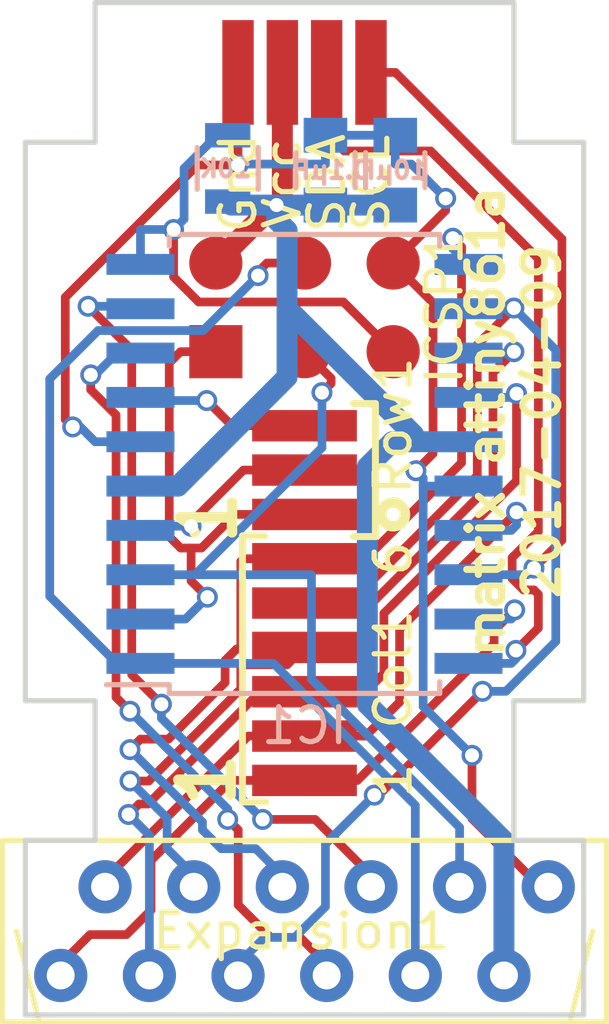
<source format=kicad_pcb>
(kicad_pcb (version 20171130) (host pcbnew "(5.1.12)-1")

  (general
    (thickness 1.6)
    (drawings 28)
    (tracks 288)
    (zones 0)
    (modules 9)
    (nets 19)
  )

  (page A4)
  (layers
    (0 F.Cu signal)
    (31 B.Cu signal)
    (32 B.Adhes user hide)
    (33 F.Adhes user hide)
    (34 B.Paste user hide)
    (35 F.Paste user hide)
    (36 B.SilkS user hide)
    (37 F.SilkS user hide)
    (38 B.Mask user hide)
    (39 F.Mask user hide)
    (40 Dwgs.User user hide)
    (41 Cmts.User user hide)
    (42 Eco1.User user hide)
    (43 Eco2.User user hide)
    (44 Edge.Cuts user)
    (45 Margin user hide)
    (46 B.CrtYd user hide)
    (47 F.CrtYd user hide)
    (48 B.Fab user hide)
    (49 F.Fab user hide)
  )

  (setup
    (last_trace_width 0.25)
    (user_trace_width 0.6)
    (trace_clearance 0.2)
    (zone_clearance 0.508)
    (zone_45_only no)
    (trace_min 0.2)
    (via_size 0.6)
    (via_drill 0.4)
    (via_min_size 0.4)
    (via_min_drill 0.3)
    (uvia_size 0.3)
    (uvia_drill 0.1)
    (uvias_allowed no)
    (uvia_min_size 0.2)
    (uvia_min_drill 0.1)
    (edge_width 0.15)
    (segment_width 0.2)
    (pcb_text_width 0.3)
    (pcb_text_size 1.5 1.5)
    (mod_edge_width 0.15)
    (mod_text_size 1 1)
    (mod_text_width 0.15)
    (pad_size 1.6 3.4)
    (pad_drill 0)
    (pad_to_mask_clearance 0.2)
    (aux_axis_origin 50 45)
    (visible_elements 7FFFFFFF)
    (pcbplotparams
      (layerselection 0x00030_80000001)
      (usegerberextensions false)
      (usegerberattributes true)
      (usegerberadvancedattributes true)
      (creategerberjobfile true)
      (excludeedgelayer true)
      (linewidth 0.100000)
      (plotframeref false)
      (viasonmask false)
      (mode 1)
      (useauxorigin false)
      (hpglpennumber 1)
      (hpglpenspeed 20)
      (hpglpendiameter 15.000000)
      (psnegative false)
      (psa4output false)
      (plotreference true)
      (plotvalue true)
      (plotinvisibletext false)
      (padsonsilk false)
      (subtractmaskfromsilk false)
      (outputformat 1)
      (mirror false)
      (drillshape 1)
      (scaleselection 1)
      (outputdirectory ""))
  )

  (net 0 "")
  (net 1 "Net-(Col1-Pad1)")
  (net 2 "Net-(Col1-Pad2)")
  (net 3 "Net-(Col1-Pad3)")
  (net 4 "Net-(Col1-Pad4)")
  (net 5 "Net-(Col1-Pad5)")
  (net 6 "Net-(Col1-Pad6)")
  (net 7 /MiSo)
  (net 8 +5V)
  (net 9 /SCL_2)
  (net 10 /MoSi)
  (net 11 /Rst)
  (net 12 GND)
  (net 13 "Net-(IC1-Pad4)")
  (net 14 "Net-(IC1-Pad7)")
  (net 15 /SCL)
  (net 16 /SDA)
  (net 17 /ADC_V)
  (net 18 /ADC_H+int0)

  (net_class Default "This is the default net class."
    (clearance 0.2)
    (trace_width 0.25)
    (via_dia 0.6)
    (via_drill 0.4)
    (uvia_dia 0.3)
    (uvia_drill 0.1)
    (add_net +5V)
    (add_net /ADC_H+int0)
    (add_net /ADC_V)
    (add_net /MiSo)
    (add_net /MoSi)
    (add_net /Rst)
    (add_net /SCL)
    (add_net /SCL_2)
    (add_net /SDA)
    (add_net GND)
    (add_net "Net-(Col1-Pad1)")
    (add_net "Net-(Col1-Pad2)")
    (add_net "Net-(Col1-Pad3)")
    (add_net "Net-(Col1-Pad4)")
    (add_net "Net-(Col1-Pad5)")
    (add_net "Net-(Col1-Pad6)")
    (add_net "Net-(IC1-Pad4)")
    (add_net "Net-(IC1-Pad7)")
  )

  (net_class power ""
    (clearance 0.3)
    (trace_width 0.4)
    (via_dia 0.8)
    (via_drill 0.6)
    (uvia_dia 0.3)
    (uvia_drill 0.1)
  )

  (module Housings_SOIC:SOIC-20W_7.5x12.8mm_Pitch1.27mm (layer B.Cu) (tedit 57503549) (tstamp 58E6045C)
    (at 50 58.215)
    (descr "20-Lead Plastic Small Outline (SO) - Wide, 7.50 mm Body [SOIC] (see Microchip Packaging Specification 00000049BS.pdf)")
    (tags "SOIC 1.27")
    (path /58E28365)
    (attr smd)
    (fp_text reference IC1 (at 0 7.5) (layer B.SilkS)
      (effects (font (size 1 1) (thickness 0.15)) (justify mirror))
    )
    (fp_text value ATTINY861A-S (at 0 -7.5) (layer B.Fab)
      (effects (font (size 1 1) (thickness 0.15)) (justify mirror))
    )
    (fp_line (start -3.875 6.325) (end -5.675 6.325) (layer B.SilkS) (width 0.15))
    (fp_line (start -3.875 -6.575) (end 3.875 -6.575) (layer B.SilkS) (width 0.15))
    (fp_line (start -3.875 6.575) (end 3.875 6.575) (layer B.SilkS) (width 0.15))
    (fp_line (start -3.875 -6.575) (end -3.875 -6.24) (layer B.SilkS) (width 0.15))
    (fp_line (start 3.875 -6.575) (end 3.875 -6.24) (layer B.SilkS) (width 0.15))
    (fp_line (start 3.875 6.575) (end 3.875 6.24) (layer B.SilkS) (width 0.15))
    (fp_line (start -3.875 6.575) (end -3.875 6.325) (layer B.SilkS) (width 0.15))
    (fp_line (start -5.95 -6.75) (end 5.95 -6.75) (layer B.CrtYd) (width 0.05))
    (fp_line (start -5.95 6.75) (end 5.95 6.75) (layer B.CrtYd) (width 0.05))
    (fp_line (start 5.95 6.75) (end 5.95 -6.75) (layer B.CrtYd) (width 0.05))
    (fp_line (start -5.95 6.75) (end -5.95 -6.75) (layer B.CrtYd) (width 0.05))
    (fp_line (start -3.75 5.4) (end -2.75 6.4) (layer B.Fab) (width 0.15))
    (fp_line (start -3.75 -6.4) (end -3.75 5.4) (layer B.Fab) (width 0.15))
    (fp_line (start 3.75 -6.4) (end -3.75 -6.4) (layer B.Fab) (width 0.15))
    (fp_line (start 3.75 6.4) (end 3.75 -6.4) (layer B.Fab) (width 0.15))
    (fp_line (start -2.75 6.4) (end 3.75 6.4) (layer B.Fab) (width 0.15))
    (pad 1 smd rect (at -4.7 5.715) (size 1.95 0.6) (layers B.Cu B.Paste B.Mask)
      (net 10 /MoSi))
    (pad 2 smd rect (at -4.7 4.445) (size 1.95 0.6) (layers B.Cu B.Paste B.Mask)
      (net 7 /MiSo))
    (pad 3 smd rect (at -4.7 3.175) (size 1.95 0.6) (layers B.Cu B.Paste B.Mask)
      (net 9 /SCL_2))
    (pad 4 smd rect (at -4.7 1.905) (size 1.95 0.6) (layers B.Cu B.Paste B.Mask)
      (net 13 "Net-(IC1-Pad4)"))
    (pad 5 smd rect (at -4.7 0.635) (size 1.95 0.6) (layers B.Cu B.Paste B.Mask)
      (net 8 +5V))
    (pad 6 smd rect (at -4.7 -0.635) (size 1.95 0.6) (layers B.Cu B.Paste B.Mask)
      (net 12 GND))
    (pad 7 smd rect (at -4.7 -1.905) (size 1.95 0.6) (layers B.Cu B.Paste B.Mask)
      (net 14 "Net-(IC1-Pad7)"))
    (pad 8 smd rect (at -4.7 -3.175) (size 1.95 0.6) (layers B.Cu B.Paste B.Mask)
      (net 17 /ADC_V))
    (pad 9 smd rect (at -4.7 -4.445) (size 1.95 0.6) (layers B.Cu B.Paste B.Mask)
      (net 18 /ADC_H+int0))
    (pad 10 smd rect (at -4.7 -5.715) (size 1.95 0.6) (layers B.Cu B.Paste B.Mask)
      (net 11 /Rst))
    (pad 11 smd rect (at 4.7 -5.715) (size 1.95 0.6) (layers B.Cu B.Paste B.Mask)
      (net 6 "Net-(Col1-Pad6)"))
    (pad 12 smd rect (at 4.7 -4.445) (size 1.95 0.6) (layers B.Cu B.Paste B.Mask)
      (net 5 "Net-(Col1-Pad5)"))
    (pad 13 smd rect (at 4.7 -3.175) (size 1.95 0.6) (layers B.Cu B.Paste B.Mask)
      (net 4 "Net-(Col1-Pad4)"))
    (pad 14 smd rect (at 4.7 -1.905) (size 1.95 0.6) (layers B.Cu B.Paste B.Mask)
      (net 3 "Net-(Col1-Pad3)"))
    (pad 15 smd rect (at 4.7 -0.635) (size 1.95 0.6) (layers B.Cu B.Paste B.Mask)
      (net 8 +5V))
    (pad 16 smd rect (at 4.7 0.635) (size 1.95 0.6) (layers B.Cu B.Paste B.Mask)
      (net 12 GND))
    (pad 17 smd rect (at 4.7 1.905) (size 1.95 0.6) (layers B.Cu B.Paste B.Mask)
      (net 2 "Net-(Col1-Pad2)"))
    (pad 18 smd rect (at 4.7 3.175) (size 1.95 0.6) (layers B.Cu B.Paste B.Mask)
      (net 15 /SCL))
    (pad 19 smd rect (at 4.7 4.445) (size 1.95 0.6) (layers B.Cu B.Paste B.Mask)
      (net 1 "Net-(Col1-Pad1)"))
    (pad 20 smd rect (at 4.7 5.715) (size 1.95 0.6) (layers B.Cu B.Paste B.Mask)
      (net 16 /SDA))
    (model Housings_SOIC.3dshapes/SOIC-20_7.5x12.8mm_Pitch1.27mm.wrl
      (at (xyz 0 0 0))
      (scale (xyz 1 1 1))
      (rotate (xyz 0 0 0))
    )
  )

  (module myComponents:solderPads_4_Grove_I2C (layer F.Cu) (tedit 58E53D59) (tstamp 0)
    (at 50 47 180)
    (path /58E54ECF)
    (fp_text reference I2C1 (at 0.635 2.54 180) (layer F.SilkS) hide
      (effects (font (size 1 1) (thickness 0.15)))
    )
    (fp_text value CONN_01X04 (at 0.635 2.54 180) (layer F.Fab)
      (effects (font (size 1 1) (thickness 0.15)))
    )
    (fp_text user SDA (at -0.635 -3.175 270) (layer F.SilkS)
      (effects (font (size 1 1) (thickness 0.15)))
    )
    (fp_text user SCL (at -1.905 -3.175 270) (layer F.SilkS)
      (effects (font (size 1 1) (thickness 0.15)))
    )
    (fp_text user Gnd (at 1.905 -3.175 270) (layer F.SilkS)
      (effects (font (size 1 1) (thickness 0.15)))
    )
    (fp_text user Vcc (at 0.635 -3.175 270) (layer F.SilkS)
      (effects (font (size 1 1) (thickness 0.15)))
    )
    (pad 1 smd rect (at -1.905 0 180) (size 0.9 3) (layers F.Cu F.Paste F.Mask)
      (net 15 /SCL))
    (pad 2 smd rect (at -0.635 0 180) (size 0.9 3) (layers F.Cu F.Paste F.Mask)
      (net 16 /SDA))
    (pad 3 smd rect (at 0.635 0 180) (size 0.9 3) (layers F.Cu F.Paste F.Mask)
      (net 8 +5V))
    (pad 4 smd rect (at 1.905 0 180) (size 0.9 3) (layers F.Cu F.Paste F.Mask)
      (net 12 GND))
  )

  (module Resistors_SMD:R_0805 (layer B.Cu) (tedit 58E66A9B) (tstamp 0)
    (at 47.8 49.75 270)
    (descr "Resistor SMD 0805, reflow soldering, Vishay (see dcrcw.pdf)")
    (tags "resistor 0805")
    (path /58E6A84A)
    (attr smd)
    (fp_text reference R1 (at -2.15 0 270) (layer B.Fab)
      (effects (font (size 1 1) (thickness 0.15)) (justify mirror))
    )
    (fp_text value 10K (at 0.004999 0.065) (layer B.SilkS)
      (effects (font (size 0.5 0.5) (thickness 0.125)) (justify mirror))
    )
    (fp_line (start -0.6 0.875) (end 0.6 0.875) (layer B.SilkS) (width 0.15))
    (fp_line (start 0.6 -0.875) (end -0.6 -0.875) (layer B.SilkS) (width 0.15))
    (fp_line (start 1.6 1) (end 1.6 -1) (layer B.CrtYd) (width 0.05))
    (fp_line (start -1.6 1) (end -1.6 -1) (layer B.CrtYd) (width 0.05))
    (fp_line (start -1.6 -1) (end 1.6 -1) (layer B.CrtYd) (width 0.05))
    (fp_line (start -1.6 1) (end 1.6 1) (layer B.CrtYd) (width 0.05))
    (fp_line (start -1 0.625) (end 1 0.625) (layer B.Fab) (width 0.1))
    (fp_line (start 1 0.625) (end 1 -0.625) (layer B.Fab) (width 0.1))
    (fp_line (start 1 -0.625) (end -1 -0.625) (layer B.Fab) (width 0.1))
    (fp_line (start -1 -0.625) (end -1 0.625) (layer B.Fab) (width 0.1))
    (pad 1 smd rect (at -0.95 0 270) (size 0.7 1.3) (layers B.Cu B.Paste B.Mask)
      (net 11 /Rst))
    (pad 2 smd rect (at 0.95 0 270) (size 0.7 1.3) (layers B.Cu B.Paste B.Mask)
      (net 8 +5V))
    (model Resistors_SMD.3dshapes/R_0805.wrl
      (at (xyz 0 0 0))
      (scale (xyz 1 1 1))
      (rotate (xyz 0 0 0))
    )
  )

  (module myComponents:solderPads_6 (layer F.Cu) (tedit 58E54D6B) (tstamp 58E67BBF)
    (at 50 64.107 90)
    (path /58E2887C)
    (fp_text reference Col1 (at 0 2.54 90) (layer F.SilkS)
      (effects (font (size 1 1) (thickness 0.15)))
    )
    (fp_text value CONN_01X06 (at 0.635 -2.54 90) (layer F.Fab)
      (effects (font (size 1 1) (thickness 0.15)))
    )
    (fp_text user 6 (at 3.175 2.54 90) (layer F.SilkS)
      (effects (font (size 1 1) (thickness 0.15)))
    )
    (fp_text user 1 (at -3.175 2.54 90) (layer F.SilkS)
      (effects (font (size 1 1) (thickness 0.15)))
    )
    (pad 1 smd rect (at -3.175 0 90) (size 0.9 3) (layers F.Cu F.Paste F.Mask)
      (net 1 "Net-(Col1-Pad1)"))
    (pad 2 smd rect (at -1.905 0 90) (size 0.9 3) (layers F.Cu F.Paste F.Mask)
      (net 2 "Net-(Col1-Pad2)"))
    (pad 3 smd rect (at -0.635 0 90) (size 0.9 3) (layers F.Cu F.Paste F.Mask)
      (net 3 "Net-(Col1-Pad3)"))
    (pad 4 smd rect (at 0.635 0 90) (size 0.9 3) (layers F.Cu F.Paste F.Mask)
      (net 4 "Net-(Col1-Pad4)"))
    (pad 5 smd rect (at 1.905 0 90) (size 0.9 3) (layers F.Cu F.Paste F.Mask)
      (net 5 "Net-(Col1-Pad5)"))
    (pad 6 smd rect (at 3.175 0 90) (size 0.9 3) (layers F.Cu F.Paste F.Mask)
      (net 6 "Net-(Col1-Pad6)"))
  )

  (module myComponents:ICSP_BIG_pads (layer F.Cu) (tedit 58E2AA5E) (tstamp 58E67BDE)
    (at 50 53.73 90)
    (path /58E2874F)
    (fp_text reference ICSP1 (at 0 4 90) (layer F.SilkS)
      (effects (font (size 1 1) (thickness 0.15)))
    )
    (fp_text value CONN_02X03 (at 0 -5.08 90) (layer F.Fab)
      (effects (font (size 1 1) (thickness 0.15)))
    )
    (pad 1 smd rect (at -1.27 -2.54 90) (size 1.524 1.524) (layers F.Cu F.Paste F.Mask)
      (net 7 /MiSo))
    (pad 2 smd circle (at 1.27 -2.54 90) (size 1.524 1.524) (layers F.Cu F.Paste F.Mask)
      (net 8 +5V))
    (pad 3 smd circle (at -1.27 0 90) (size 1.524 1.524) (layers F.Cu F.Paste F.Mask)
      (net 9 /SCL_2))
    (pad 4 smd circle (at 1.27 0 90) (size 1.524 1.524) (layers F.Cu F.Paste F.Mask)
      (net 10 /MoSi))
    (pad 5 smd circle (at -1.27 2.54 90) (size 1.524 1.524) (layers F.Cu F.Paste F.Mask)
      (net 11 /Rst))
    (pad 6 smd circle (at 1.27 2.54 90) (size 1.524 1.524) (layers F.Cu F.Paste F.Mask)
      (net 12 GND))
  )

  (module myComponents:solderPads_3 (layer F.Cu) (tedit 58E54DB4) (tstamp 58E67BE6)
    (at 50 58.392 90)
    (path /58E288CF)
    (fp_text reference Row1 (at 1.27 2.54 90) (layer F.SilkS)
      (effects (font (size 1 1) (thickness 0.15)))
    )
    (fp_text value CONN_01X03 (at 0.635 -2.54 90) (layer F.Fab)
      (effects (font (size 1 1) (thickness 0.15)))
    )
    (fp_circle (center -1.27 2.54) (end -1.27 2.2) (layer F.SilkS) (width 0.3))
    (pad 1 smd rect (at -1.27 0 90) (size 0.9 3) (layers F.Cu F.Paste F.Mask)
      (net 7 /MiSo))
    (pad 2 smd rect (at 0 0 90) (size 0.9 3) (layers F.Cu F.Paste F.Mask)
      (net 13 "Net-(IC1-Pad4)"))
    (pad 3 smd rect (at 1.27 0 90) (size 0.9 3) (layers F.Cu F.Paste F.Mask)
      (net 14 "Net-(IC1-Pad7)"))
  )

  (module myComponents:microMatch-12_90_THT (layer F.Cu) (tedit 58E6787B) (tstamp 58E67BC0)
    (at 50 71.6)
    (path /58E38DE5)
    (fp_text reference Expansion1 (at -0.1 0) (layer F.SilkS)
      (effects (font (size 1 1) (thickness 0.15)))
    )
    (fp_text value CONN_01X12 (at -2.54 -3.81) (layer F.Fab)
      (effects (font (size 1 1) (thickness 0.15)))
    )
    (fp_line (start 8.65 -2.6) (end 8.65 2.6) (layer F.SilkS) (width 0.15))
    (fp_line (start -8.65 2.6) (end 8.65 2.6) (layer F.SilkS) (width 0.15))
    (fp_line (start -8.65 2.6) (end -8.65 -2.6) (layer F.SilkS) (width 0.15))
    (fp_line (start 8.65 -2.6) (end -8.65 -2.6) (layer F.SilkS) (width 0.15))
    (fp_line (start -8.255 0) (end -7.62 2.54) (layer F.SilkS) (width 0.15))
    (fp_line (start 8.255 0) (end 7.62 2.54) (layer F.SilkS) (width 0.15))
    (pad 1 thru_hole circle (at -6.985 1.27) (size 1.524 1.524) (drill 0.8) (layers *.Cu *.Mask)
      (net 1 "Net-(Col1-Pad1)"))
    (pad 2 thru_hole circle (at -5.715 -1.27) (size 1.524 1.524) (drill 0.8) (layers *.Cu *.Mask)
      (net 2 "Net-(Col1-Pad2)"))
    (pad 3 thru_hole circle (at -4.445 1.27) (size 1.524 1.524) (drill 0.8) (layers *.Cu *.Mask)
      (net 3 "Net-(Col1-Pad3)"))
    (pad 4 thru_hole circle (at -3.175 -1.27) (size 1.524 1.524) (drill 0.8) (layers *.Cu *.Mask)
      (net 4 "Net-(Col1-Pad4)"))
    (pad 5 thru_hole circle (at -1.905 1.27) (size 1.524 1.524) (drill 0.8) (layers *.Cu *.Mask)
      (net 5 "Net-(Col1-Pad5)"))
    (pad 6 thru_hole circle (at -0.635 -1.27) (size 1.524 1.524) (drill 0.8) (layers *.Cu *.Mask)
      (net 6 "Net-(Col1-Pad6)"))
    (pad 7 thru_hole circle (at 0.635 1.27) (size 1.524 1.524) (drill 0.8) (layers *.Cu *.Mask)
      (net 17 /ADC_V))
    (pad 8 thru_hole circle (at 1.905 -1.27) (size 1.524 1.524) (drill 0.8) (layers *.Cu *.Mask)
      (net 18 /ADC_H+int0))
    (pad 9 thru_hole circle (at 3.175 1.27) (size 1.524 1.524) (drill 0.8) (layers *.Cu *.Mask)
      (net 10 /MoSi))
    (pad 10 thru_hole circle (at 4.445 -1.27) (size 1.524 1.524) (drill 0.8) (layers *.Cu *.Mask)
      (net 9 /SCL_2))
    (pad 11 thru_hole circle (at 5.715 1.27) (size 1.524 1.524) (drill 0.8) (layers *.Cu *.Mask)
      (net 8 +5V))
    (pad 12 thru_hole circle (at 6.985 -1.27) (size 1.524 1.524) (drill 0.8) (layers *.Cu *.Mask)
      (net 12 GND))
    (model /mnt/gruscht/projects/keyboard/kicad_boards/myComponents.pretty/3d-models/micro-match_12.wrl
      (at (xyz 0 0 0))
      (scale (xyz 1 1 1))
      (rotate (xyz 0 0 0))
    )
  )

  (module Capacitors_SMD:C_0805 (layer B.Cu) (tedit 58EA476F) (tstamp 58E7B218)
    (at 52.6 49.8 90)
    (descr "Capacitor SMD 0805, reflow soldering, AVX (see smccp.pdf)")
    (tags "capacitor 0805")
    (path /58E7C0BD)
    (attr smd)
    (fp_text reference C1 (at 2.25 -0.05 90) (layer B.Fab)
      (effects (font (size 1 1) (thickness 0.15)) (justify mirror))
    )
    (fp_text value 10µF (at 0 -0.05) (layer B.SilkS)
      (effects (font (size 0.5 0.5) (thickness 0.125)) (justify mirror))
    )
    (fp_line (start -0.5 -0.85) (end 0.5 -0.85) (layer B.SilkS) (width 0.15))
    (fp_line (start 0.5 0.85) (end -0.5 0.85) (layer B.SilkS) (width 0.15))
    (fp_line (start 1.8 1) (end 1.8 -1) (layer B.CrtYd) (width 0.05))
    (fp_line (start -1.8 1) (end -1.8 -1) (layer B.CrtYd) (width 0.05))
    (fp_line (start -1.8 -1) (end 1.8 -1) (layer B.CrtYd) (width 0.05))
    (fp_line (start -1.8 1) (end 1.8 1) (layer B.CrtYd) (width 0.05))
    (fp_line (start -1 0.625) (end 1 0.625) (layer B.Fab) (width 0.15))
    (fp_line (start 1 0.625) (end 1 -0.625) (layer B.Fab) (width 0.15))
    (fp_line (start 1 -0.625) (end -1 -0.625) (layer B.Fab) (width 0.15))
    (fp_line (start -1 -0.625) (end -1 0.625) (layer B.Fab) (width 0.15))
    (pad 1 smd rect (at -1 0 90) (size 1 1.25) (layers B.Cu B.Paste B.Mask)
      (net 8 +5V))
    (pad 2 smd rect (at 1 0 90) (size 1 1.25) (layers B.Cu B.Paste B.Mask)
      (net 12 GND))
    (model Capacitors_SMD.3dshapes/C_0805.wrl
      (at (xyz 0 0 0))
      (scale (xyz 1 1 1))
      (rotate (xyz 0 0 0))
    )
  )

  (module Capacitors_SMD:C_0805 (layer B.Cu) (tedit 58EA48B3) (tstamp 58EA48A3)
    (at 50.6 49.8 90)
    (descr "Capacitor SMD 0805, reflow soldering, AVX (see smccp.pdf)")
    (tags "capacitor 0805")
    (path /58EA4A6A)
    (attr smd)
    (fp_text reference C2 (at 2.4 0 90) (layer B.Fab)
      (effects (font (size 1 1) (thickness 0.15)) (justify mirror))
    )
    (fp_text value 0.1µF (at 0 0.2) (layer B.SilkS)
      (effects (font (size 0.5 0.5) (thickness 0.125)) (justify mirror))
    )
    (fp_line (start -0.5 -0.85) (end 0.5 -0.85) (layer B.SilkS) (width 0.15))
    (fp_line (start 0.5 0.85) (end -0.5 0.85) (layer B.SilkS) (width 0.15))
    (fp_line (start 1.8 1) (end 1.8 -1) (layer B.CrtYd) (width 0.05))
    (fp_line (start -1.8 1) (end -1.8 -1) (layer B.CrtYd) (width 0.05))
    (fp_line (start -1.8 -1) (end 1.8 -1) (layer B.CrtYd) (width 0.05))
    (fp_line (start -1.8 1) (end 1.8 1) (layer B.CrtYd) (width 0.05))
    (fp_line (start -1 0.625) (end 1 0.625) (layer B.Fab) (width 0.15))
    (fp_line (start 1 0.625) (end 1 -0.625) (layer B.Fab) (width 0.15))
    (fp_line (start 1 -0.625) (end -1 -0.625) (layer B.Fab) (width 0.15))
    (fp_line (start -1 -0.625) (end -1 0.625) (layer B.Fab) (width 0.15))
    (pad 1 smd rect (at -1 0 90) (size 1 1.25) (layers B.Cu B.Paste B.Mask)
      (net 8 +5V))
    (pad 2 smd rect (at 1 0 90) (size 1 1.25) (layers B.Cu B.Paste B.Mask)
      (net 12 GND))
    (model Capacitors_SMD.3dshapes/C_0805.wrl
      (at (xyz 0 0 0))
      (scale (xyz 1 1 1))
      (rotate (xyz 0 0 0))
    )
  )

  (gr_text "matrix attiny861a\n2017-04-09" (at 56 57 90) (layer F.SilkS)
    (effects (font (size 1 1) (thickness 0.2)))
  )
  (gr_text 1 (at 47.206 67.262828 90) (layer F.SilkS)
    (effects (font (size 1.5 1.5) (thickness 0.3)))
  )
  (gr_text 1 (at 47.244 59.747 90) (layer F.SilkS)
    (effects (font (size 1.5 1.5) (thickness 0.3)))
  )
  (gr_line (start 48.222 60.277828) (end 48.857 60.277828) (layer F.SilkS) (width 0.2))
  (gr_line (start 48.222 67.897828) (end 48.222 60.277828) (layer F.SilkS) (width 0.2))
  (gr_line (start 48.895 67.897828) (end 48.26 67.897828) (layer F.SilkS) (width 0.2))
  (gr_line (start 52.032 56.4866) (end 51.397 56.4866) (layer F.SilkS) (width 0.2))
  (gr_line (start 52.032 60.2966) (end 52.032 56.4866) (layer F.SilkS) (width 0.2))
  (gr_line (start 51.397 60.2966) (end 52.032 60.2966) (layer F.SilkS) (width 0.2))
  (gr_line (start 44 49) (end 42 49) (layer Edge.Cuts) (width 0.15))
  (gr_line (start 44 45) (end 44 49) (layer Edge.Cuts) (width 0.15))
  (gr_line (start 56 49) (end 56 45) (layer Edge.Cuts) (width 0.15))
  (gr_line (start 58 49) (end 56 49) (layer Edge.Cuts) (width 0.15))
  (gr_line (start 42 49) (end 42 65) (layer Edge.Cuts) (width 0.15))
  (gr_line (start 58 65) (end 58 49) (layer Edge.Cuts) (width 0.15))
  (gr_line (start 56 65) (end 58 65) (layer Edge.Cuts) (width 0.15))
  (gr_line (start 56 65) (end 56 69) (layer Edge.Cuts) (width 0.15))
  (gr_line (start 58 69) (end 56 69) (layer Edge.Cuts) (width 0.15))
  (gr_line (start 44 65) (end 42 65) (layer Edge.Cuts) (width 0.15))
  (gr_line (start 44 65) (end 44 69) (layer Edge.Cuts) (width 0.15))
  (gr_line (start 42 69) (end 44 69) (layer Edge.Cuts) (width 0.15))
  (gr_line (start 56 45) (end 44 45) (layer Edge.Cuts) (width 0.15))
  (gr_line (start 58 74) (end 58 69) (layer Edge.Cuts) (width 0.15))
  (gr_line (start 42 74) (end 58 74) (layer Edge.Cuts) (width 0.15))
  (gr_line (start 42 74) (end 42 69) (layer Edge.Cuts) (width 0.15))
  (dimension 16 (width 0.3) (layer Eco2.User)
    (gr_text "16.000 mm" (at 50 39.65) (layer Eco2.User)
      (effects (font (size 1.5 1.5) (thickness 0.3)))
    )
    (feature1 (pts (xy 42 44) (xy 42 38.3)))
    (feature2 (pts (xy 58 44) (xy 58 38.3)))
    (crossbar (pts (xy 58 41) (xy 42 41)))
    (arrow1a (pts (xy 42 41) (xy 43.126504 40.413579)))
    (arrow1b (pts (xy 42 41) (xy 43.126504 41.586421)))
    (arrow2a (pts (xy 58 41) (xy 56.873496 40.413579)))
    (arrow2b (pts (xy 58 41) (xy 56.873496 41.586421)))
  )
  (dimension 4 (width 0.3) (layer Eco2.User)
    (gr_text "4.000 mm" (at 66.35 67 270) (layer Eco2.User)
      (effects (font (size 1.5 1.5) (thickness 0.3)))
    )
    (feature1 (pts (xy 63.5 69) (xy 67.7 69)))
    (feature2 (pts (xy 63.5 65) (xy 67.7 65)))
    (crossbar (pts (xy 65 65) (xy 65 69)))
    (arrow1a (pts (xy 65 69) (xy 64.413579 67.873496)))
    (arrow1b (pts (xy 65 69) (xy 65.586421 67.873496)))
    (arrow2a (pts (xy 65 65) (xy 64.413579 66.126504)))
    (arrow2b (pts (xy 65 65) (xy 65.586421 66.126504)))
  )
  (dimension 20 (width 0.3) (layer Eco2.User)
    (gr_text "20.000 mm" (at 63.35 55 90) (layer Eco2.User)
      (effects (font (size 1.5 1.5) (thickness 0.3)))
    )
    (feature1 (pts (xy 60.5 45) (xy 64.7 45)))
    (feature2 (pts (xy 60.5 65) (xy 64.7 65)))
    (crossbar (pts (xy 62 65) (xy 62 45)))
    (arrow1a (pts (xy 62 45) (xy 62.586421 46.126504)))
    (arrow1b (pts (xy 62 45) (xy 61.413579 46.126504)))
    (arrow2a (pts (xy 62 65) (xy 62.586421 63.873496)))
    (arrow2b (pts (xy 62 65) (xy 61.413579 63.873496)))
  )

  (segment (start 43.015 72.54) (end 43.015 72.87) (width 0.25) (layer F.Cu) (net 1))
  (segment (start 43.015 72.54) (end 43.855 71.7) (width 0.25) (layer F.Cu) (net 1))
  (segment (start 43.855 71.7) (end 44.9 71.7) (width 0.25) (layer F.Cu) (net 1))
  (segment (start 44.9 71.7) (end 45.6 71) (width 0.25) (layer F.Cu) (net 1))
  (segment (start 45.6 71) (end 45.6 69.575) (width 0.25) (layer F.Cu) (net 1))
  (segment (start 45.6 69.575) (end 47.893 67.282) (width 0.25) (layer F.Cu) (net 1))
  (segment (start 47.893 67.282) (end 50 67.282) (width 0.25) (layer F.Cu) (net 1))
  (segment (start 54.7 62.66) (end 55.925 62.66) (width 0.25) (layer B.Cu) (net 1))
  (segment (start 55.925 62.66) (end 56.0216 62.5634) (width 0.25) (layer B.Cu) (net 1))
  (segment (start 56.0216 62.5634) (end 56.0216 62.3963) (width 0.25) (layer B.Cu) (net 1))
  (segment (start 50 67.282) (end 51.5177 67.282) (width 0.25) (layer F.Cu) (net 1))
  (segment (start 51.5177 67.282) (end 55.433 63.3667) (width 0.25) (layer F.Cu) (net 1))
  (segment (start 55.433 63.3667) (end 55.433 62.9848) (width 0.25) (layer F.Cu) (net 1))
  (segment (start 55.433 62.9848) (end 55.7216 62.6963) (width 0.25) (layer F.Cu) (net 1))
  (segment (start 55.7216 62.6963) (end 56.0216 62.3963) (width 0.25) (layer F.Cu) (net 1))
  (via (at 56.0216 62.3963) (size 0.6) (layers F.Cu B.Cu) (net 1))
  (segment (start 44.3425 70) (end 44.285 70.0575) (width 0.25) (layer F.Cu) (net 2))
  (segment (start 44.285 70.0575) (end 44.285 70.33) (width 0.25) (layer F.Cu) (net 2))
  (segment (start 44.3425 70) (end 44.4 70) (width 0.25) (layer F.Cu) (net 2))
  (segment (start 44.4 70) (end 48.388 66.012) (width 0.25) (layer F.Cu) (net 2))
  (segment (start 48.388 66.012) (end 50 66.012) (width 0.25) (layer F.Cu) (net 2))
  (segment (start 44.285 70) (end 44.3425 70) (width 0.25) (layer F.Cu) (net 2))
  (segment (start 50 66.012) (end 51.75 66.012) (width 0.25) (layer F.Cu) (net 2))
  (segment (start 51.75 66.012) (end 52.725 65.037) (width 0.25) (layer F.Cu) (net 2))
  (segment (start 52.725 65.037) (end 52.725 62.95) (width 0.25) (layer F.Cu) (net 2))
  (segment (start 52.725 62.95) (end 56.075 59.6) (width 0.25) (layer F.Cu) (net 2))
  (segment (start 54.7 60.12) (end 55.925 60.12) (width 0.25) (layer B.Cu) (net 2))
  (segment (start 55.925 60.12) (end 56.075 59.97) (width 0.25) (layer B.Cu) (net 2))
  (segment (start 56.075 59.97) (end 56.075 59.6) (width 0.25) (layer B.Cu) (net 2))
  (via (at 56.075 59.6) (size 0.6) (layers F.Cu B.Cu) (net 2))
  (segment (start 45.555 72.54) (end 45.555 72.87) (width 0.25) (layer B.Cu) (net 3))
  (segment (start 45.555 72.54) (end 45.555 68.855) (width 0.25) (layer B.Cu) (net 3))
  (segment (start 45.555 68.855) (end 44.9581 68.2581) (width 0.25) (layer B.Cu) (net 3))
  (segment (start 50 64.742) (end 51.75 64.742) (width 0.25) (layer F.Cu) (net 3))
  (segment (start 51.75 64.742) (end 52.275 64.217) (width 0.25) (layer F.Cu) (net 3))
  (segment (start 52.275 64.217) (end 52.275 62.4978) (width 0.25) (layer F.Cu) (net 3))
  (segment (start 52.275 62.4978) (end 56.075 58.6978) (width 0.25) (layer F.Cu) (net 3))
  (segment (start 56.075 58.6978) (end 56.075 56.201) (width 0.25) (layer F.Cu) (net 3))
  (segment (start 54.7 56.31) (end 55.966 56.31) (width 0.25) (layer B.Cu) (net 3))
  (segment (start 55.966 56.31) (end 56.075 56.201) (width 0.25) (layer B.Cu) (net 3))
  (segment (start 50 64.742) (end 48.7308 64.742) (width 0.25) (layer F.Cu) (net 3))
  (segment (start 48.7308 64.742) (end 45.5148 67.9581) (width 0.25) (layer F.Cu) (net 3))
  (segment (start 45.5148 67.9581) (end 45.2581 67.9581) (width 0.25) (layer F.Cu) (net 3))
  (segment (start 45.2581 67.9581) (end 44.9581 68.2581) (width 0.25) (layer F.Cu) (net 3))
  (via (at 56.075 56.201) (size 0.6) (layers F.Cu B.Cu) (net 3))
  (via (at 44.9581 68.2581) (size 0.6) (layers F.Cu B.Cu) (net 3))
  (segment (start 46.825 70) (end 46.825 70.33) (width 0.25) (layer B.Cu) (net 4))
  (segment (start 46.825 70) (end 46.063 69.238) (width 0.25) (layer B.Cu) (net 4))
  (segment (start 46.063 69.238) (end 46.063 68.363) (width 0.25) (layer B.Cu) (net 4))
  (segment (start 46.063 68.363) (end 45 67.3) (width 0.25) (layer B.Cu) (net 4))
  (segment (start 54.7 55.04) (end 55.96 55.04) (width 0.25) (layer B.Cu) (net 4))
  (segment (start 55.96 55.04) (end 56 55) (width 0.25) (layer B.Cu) (net 4))
  (segment (start 50 63.472) (end 49.505 63.967) (width 0.25) (layer F.Cu) (net 4))
  (segment (start 49.505 63.967) (end 48.24 63.967) (width 0.25) (layer F.Cu) (net 4))
  (segment (start 48.24 63.967) (end 48.175 64.032) (width 0.25) (layer F.Cu) (net 4))
  (segment (start 48.175 64.032) (end 48.175 64.6614) (width 0.25) (layer F.Cu) (net 4))
  (segment (start 48.175 64.6614) (end 45.5364 67.3) (width 0.25) (layer F.Cu) (net 4))
  (segment (start 45.5364 67.3) (end 45 67.3) (width 0.25) (layer F.Cu) (net 4))
  (segment (start 50 63.472) (end 51.75 63.472) (width 0.25) (layer F.Cu) (net 4))
  (segment (start 51.75 63.472) (end 51.825 63.397) (width 0.25) (layer F.Cu) (net 4))
  (segment (start 51.825 63.397) (end 51.825 62.3114) (width 0.25) (layer F.Cu) (net 4))
  (segment (start 51.825 62.3114) (end 55.4 58.7364) (width 0.25) (layer F.Cu) (net 4))
  (segment (start 55.4 58.7364) (end 55.4 55.6) (width 0.25) (layer F.Cu) (net 4))
  (segment (start 55.4 55.6) (end 56 55) (width 0.25) (layer F.Cu) (net 4))
  (via (at 56 55) (size 0.6) (layers F.Cu B.Cu) (net 4))
  (via (at 45 67.3) (size 0.6) (layers F.Cu B.Cu) (net 4))
  (segment (start 48.095 72.54) (end 48.095 72.87) (width 0.25) (layer B.Cu) (net 5))
  (segment (start 48.095 72.54) (end 48.857 71.778) (width 0.25) (layer B.Cu) (net 5))
  (segment (start 48.857 71.778) (end 49.722 71.778) (width 0.25) (layer B.Cu) (net 5))
  (segment (start 49.722 71.778) (end 50.6 70.9) (width 0.25) (layer B.Cu) (net 5))
  (segment (start 50.6 70.9) (end 50.6 69.1042) (width 0.25) (layer B.Cu) (net 5))
  (segment (start 50.6 69.1042) (end 52 67.7042) (width 0.25) (layer B.Cu) (net 5))
  (segment (start 54.7 53.77) (end 55.98 53.77) (width 0.25) (layer B.Cu) (net 5))
  (segment (start 55.98 53.77) (end 56 53.75) (width 0.25) (layer B.Cu) (net 5))
  (segment (start 55.1 64.73) (end 55.77 64.73) (width 0.25) (layer B.Cu) (net 5))
  (segment (start 55.77 64.73) (end 57.2 63.3) (width 0.25) (layer B.Cu) (net 5))
  (segment (start 57.2 63.3) (end 57.2 54.95) (width 0.25) (layer B.Cu) (net 5))
  (segment (start 57.2 54.95) (end 56 53.75) (width 0.25) (layer B.Cu) (net 5))
  (segment (start 50 62.202) (end 51.298 62.202) (width 0.25) (layer F.Cu) (net 5))
  (segment (start 51.298 62.202) (end 54.95 58.55) (width 0.25) (layer F.Cu) (net 5))
  (segment (start 54.95 58.55) (end 54.95 54.8) (width 0.25) (layer F.Cu) (net 5))
  (segment (start 54.95 54.8) (end 56 53.75) (width 0.25) (layer F.Cu) (net 5))
  (segment (start 55.1 64.73) (end 52.1258 67.7042) (width 0.25) (layer F.Cu) (net 5))
  (segment (start 52.1258 67.7042) (end 52 67.7042) (width 0.25) (layer F.Cu) (net 5))
  (via (at 56 53.75) (size 0.6) (layers F.Cu B.Cu) (net 5))
  (via (at 55.1 64.73) (size 0.6) (layers F.Cu B.Cu) (net 5))
  (via (at 52 67.7042) (size 0.6) (layers F.Cu B.Cu) (net 5))
  (segment (start 49.365 70) (end 49.365 70.33) (width 0.25) (layer B.Cu) (net 6))
  (segment (start 49.365 70) (end 48.603 69.238) (width 0.25) (layer B.Cu) (net 6))
  (segment (start 48.603 69.238) (end 47.613 69.238) (width 0.25) (layer B.Cu) (net 6))
  (segment (start 47.613 69.238) (end 47.075 68.7) (width 0.25) (layer B.Cu) (net 6))
  (segment (start 47.075 68.7) (end 47.075 68.475) (width 0.25) (layer B.Cu) (net 6))
  (segment (start 47.075 68.475) (end 45 66.4) (width 0.25) (layer B.Cu) (net 6))
  (segment (start 54.25 51.75) (end 54.25 52.05) (width 0.25) (layer B.Cu) (net 6))
  (segment (start 54.25 52.05) (end 54.7 52.5) (width 0.25) (layer B.Cu) (net 6))
  (segment (start 50 60.932) (end 48.25 60.932) (width 0.25) (layer F.Cu) (net 6))
  (segment (start 48.25 60.932) (end 48.175 61.007) (width 0.25) (layer F.Cu) (net 6))
  (segment (start 48.175 61.007) (end 48.175 63.517) (width 0.25) (layer F.Cu) (net 6))
  (segment (start 48.175 63.517) (end 48.0536 63.517) (width 0.25) (layer F.Cu) (net 6))
  (segment (start 48.0536 63.517) (end 47.725 63.8456) (width 0.25) (layer F.Cu) (net 6))
  (segment (start 47.725 63.8456) (end 47.725 64.475) (width 0.25) (layer F.Cu) (net 6))
  (segment (start 47.725 64.475) (end 46.1 66.1) (width 0.25) (layer F.Cu) (net 6))
  (segment (start 46.1 66.1) (end 45.3 66.1) (width 0.25) (layer F.Cu) (net 6))
  (segment (start 45.3 66.1) (end 45 66.4) (width 0.25) (layer F.Cu) (net 6))
  (segment (start 50 60.932) (end 51.75 60.932) (width 0.25) (layer F.Cu) (net 6))
  (segment (start 51.75 60.932) (end 54.5 58.182) (width 0.25) (layer F.Cu) (net 6))
  (segment (start 54.5 58.182) (end 54.5 52) (width 0.25) (layer F.Cu) (net 6))
  (segment (start 54.5 52) (end 54.25 51.75) (width 0.25) (layer F.Cu) (net 6))
  (via (at 54.25 51.75) (size 0.6) (layers F.Cu B.Cu) (net 6))
  (via (at 45 66.4) (size 0.6) (layers F.Cu B.Cu) (net 6))
  (segment (start 46.75 60.625) (end 46.45 60.625) (width 0.25) (layer F.Cu) (net 7))
  (segment (start 46.45 60.625) (end 46.125 60.3) (width 0.25) (layer F.Cu) (net 7))
  (segment (start 46.125 60.3) (end 46.125 55.323) (width 0.25) (layer F.Cu) (net 7))
  (segment (start 46.125 55.323) (end 46.448 55) (width 0.25) (layer F.Cu) (net 7))
  (segment (start 46.448 55) (end 47.46 55) (width 0.25) (layer F.Cu) (net 7))
  (segment (start 50 59.662) (end 48.013 59.662) (width 0.25) (layer F.Cu) (net 7))
  (segment (start 48.013 59.662) (end 47.05 60.625) (width 0.25) (layer F.Cu) (net 7))
  (segment (start 47.05 60.625) (end 46.75 60.625) (width 0.25) (layer F.Cu) (net 7))
  (segment (start 45.3 62.66) (end 46.59 62.66) (width 0.25) (layer B.Cu) (net 7))
  (segment (start 46.59 62.66) (end 47.2169 62.0331) (width 0.25) (layer B.Cu) (net 7))
  (segment (start 46.75 60.625) (end 46.75 61.5661) (width 0.25) (layer F.Cu) (net 7))
  (segment (start 46.75 61.5661) (end 46.9169 61.7331) (width 0.25) (layer F.Cu) (net 7))
  (segment (start 46.9169 61.7331) (end 47.2169 62.0331) (width 0.25) (layer F.Cu) (net 7))
  (via (at 47.2169 62.0331) (size 0.6) (layers F.Cu B.Cu) (net 7))
  (segment (start 55.715 72.54) (end 55.715 72.87) (width 0.25) (layer B.Cu) (net 8))
  (segment (start 55.715 72.54) (end 55.715 69.015) (width 0.6) (layer B.Cu) (net 8))
  (segment (start 55.715 69.015) (end 51.8 65.1) (width 0.6) (layer B.Cu) (net 8))
  (segment (start 51.8 65.1) (end 51.8 58.3) (width 0.6) (layer B.Cu) (net 8))
  (segment (start 51.8 58.3) (end 52.52 57.58) (width 0.6) (layer B.Cu) (net 8))
  (segment (start 52.52 57.58) (end 53.125 57.58) (width 0.6) (layer B.Cu) (net 8))
  (segment (start 50.6 50.8) (end 49.2 50.8) (width 0.6) (layer B.Cu) (net 8))
  (segment (start 52.6 50.8) (end 50.6 50.8) (width 0.6) (layer B.Cu) (net 8))
  (segment (start 54.7 57.58) (end 53.125 57.58) (width 0.6) (layer B.Cu) (net 8))
  (segment (start 45.3 58.85) (end 46.3786 58.85) (width 0.6) (layer B.Cu) (net 8))
  (segment (start 46.3786 58.85) (end 49.5 55.7286) (width 0.6) (layer B.Cu) (net 8))
  (segment (start 49.5 55.7286) (end 49.5 53.955) (width 0.6) (layer B.Cu) (net 8))
  (segment (start 53.125 57.58) (end 53.125 57.375) (width 0.6) (layer B.Cu) (net 8))
  (segment (start 53.125 57.375) (end 49.705 53.955) (width 0.6) (layer B.Cu) (net 8))
  (segment (start 49.705 53.955) (end 49.5 53.955) (width 0.6) (layer B.Cu) (net 8))
  (segment (start 49.5 53.955) (end 49.5 51.5243) (width 0.6) (layer B.Cu) (net 8))
  (segment (start 49.5 51.5243) (end 49.2 51.2243) (width 0.6) (layer B.Cu) (net 8))
  (segment (start 49.2 51.2243) (end 49.2 50.8) (width 0.6) (layer B.Cu) (net 8))
  (segment (start 47.46 52.46) (end 49.12 50.8) (width 0.6) (layer F.Cu) (net 8))
  (segment (start 49.12 50.8) (end 49.2 50.8) (width 0.6) (layer F.Cu) (net 8))
  (segment (start 49.365 47) (end 49.365 50.635) (width 0.6) (layer F.Cu) (net 8))
  (segment (start 49.365 50.635) (end 49.2 50.8) (width 0.6) (layer F.Cu) (net 8))
  (segment (start 49.2 50.8) (end 47.9 50.8) (width 0.6) (layer B.Cu) (net 8))
  (segment (start 47.9 50.8) (end 47.8 50.7) (width 0.6) (layer B.Cu) (net 8))
  (via (at 49.2 50.8) (size 0.6) (layers F.Cu B.Cu) (net 8))
  (segment (start 54.445 70) (end 54.445 70.33) (width 0.25) (layer B.Cu) (net 9))
  (segment (start 54.445 70) (end 54.445 68.6289) (width 0.25) (layer B.Cu) (net 9))
  (segment (start 54.445 68.6289) (end 50.2 64.3839) (width 0.25) (layer B.Cu) (net 9))
  (segment (start 50.2 64.3839) (end 50.2 61.4) (width 0.25) (layer B.Cu) (net 9))
  (segment (start 50.2 61.4) (end 50.19 61.39) (width 0.25) (layer B.Cu) (net 9))
  (segment (start 50.19 61.39) (end 46.86 61.39) (width 0.25) (layer B.Cu) (net 9))
  (segment (start 45.3 61.39) (end 46.86 61.39) (width 0.25) (layer B.Cu) (net 9))
  (segment (start 50 55) (end 50.762 55.762) (width 0.25) (layer F.Cu) (net 9))
  (segment (start 50.762 55.762) (end 50.762 55.91) (width 0.25) (layer F.Cu) (net 9))
  (segment (start 50.762 55.91) (end 50.5 56.172) (width 0.25) (layer F.Cu) (net 9))
  (segment (start 46.86 61.39) (end 50.5 57.75) (width 0.25) (layer B.Cu) (net 9))
  (segment (start 50.5 57.75) (end 50.5 56.172) (width 0.25) (layer B.Cu) (net 9))
  (via (at 50.5 56.172) (size 0.6) (layers F.Cu B.Cu) (net 9))
  (segment (start 53.175 72.54) (end 53.175 72.87) (width 0.25) (layer B.Cu) (net 10))
  (segment (start 53.175 72.54) (end 53.175 67.9953) (width 0.25) (layer B.Cu) (net 10))
  (segment (start 53.175 67.9953) (end 49.1097 63.93) (width 0.25) (layer B.Cu) (net 10))
  (segment (start 49.1097 63.93) (end 45.3 63.93) (width 0.25) (layer B.Cu) (net 10))
  (segment (start 45.3 63.93) (end 44.625 63.93) (width 0.25) (layer B.Cu) (net 10))
  (segment (start 44.625 63.93) (end 42.7 62.005) (width 0.25) (layer B.Cu) (net 10))
  (segment (start 42.7 62.005) (end 42.7 55.78) (width 0.25) (layer B.Cu) (net 10))
  (segment (start 42.7 55.78) (end 44.085 54.395) (width 0.25) (layer B.Cu) (net 10))
  (segment (start 44.085 54.395) (end 47.0951 54.395) (width 0.25) (layer B.Cu) (net 10))
  (segment (start 47.0951 54.395) (end 48.6694 52.8207) (width 0.25) (layer B.Cu) (net 10))
  (segment (start 50 52.46) (end 48.9224 52.46) (width 0.25) (layer F.Cu) (net 10))
  (segment (start 48.9224 52.46) (end 48.6694 52.713) (width 0.25) (layer F.Cu) (net 10))
  (segment (start 48.6694 52.713) (end 48.6694 52.8207) (width 0.25) (layer F.Cu) (net 10))
  (via (at 48.6694 52.8207) (size 0.6) (layers F.Cu B.Cu) (net 10))
  (segment (start 46.25 51.5) (end 45.3 51.5) (width 0.25) (layer B.Cu) (net 11))
  (segment (start 45.3 51.5) (end 45.3 52.5) (width 0.25) (layer B.Cu) (net 11))
  (segment (start 52.54 55) (end 51.1167 53.5767) (width 0.25) (layer F.Cu) (net 11))
  (segment (start 51.1167 53.5767) (end 46.968 53.5767) (width 0.25) (layer F.Cu) (net 11))
  (segment (start 46.968 53.5767) (end 46.25 52.8588) (width 0.25) (layer F.Cu) (net 11))
  (segment (start 46.25 52.8588) (end 46.25 51.5) (width 0.25) (layer F.Cu) (net 11))
  (segment (start 46.25 51.5) (end 46.55 51.2) (width 0.25) (layer B.Cu) (net 11))
  (segment (start 46.55 51.2) (end 46.55 49.75) (width 0.25) (layer B.Cu) (net 11))
  (segment (start 46.55 49.75) (end 47.5 48.8) (width 0.25) (layer B.Cu) (net 11))
  (segment (start 47.5 48.8) (end 47.8 48.8) (width 0.25) (layer B.Cu) (net 11))
  (via (at 46.25 51.5) (size 0.6) (layers F.Cu B.Cu) (net 11))
  (segment (start 48.095 49.6524) (end 46.9346 49.6524) (width 0.25) (layer F.Cu) (net 12))
  (segment (start 46.9346 49.6524) (end 43.1453 53.4417) (width 0.25) (layer F.Cu) (net 12))
  (segment (start 43.1453 53.4417) (end 43.1453 56.9433) (width 0.25) (layer F.Cu) (net 12))
  (segment (start 43.1453 56.9433) (end 43.3573 57.1553) (width 0.25) (layer F.Cu) (net 12))
  (segment (start 48.095 47) (end 48.095 49.6524) (width 0.25) (layer F.Cu) (net 12))
  (segment (start 45.3 57.58) (end 43.9999 57.58) (width 0.25) (layer B.Cu) (net 12))
  (segment (start 43.9999 57.58) (end 43.5752 57.1553) (width 0.25) (layer B.Cu) (net 12))
  (segment (start 43.5752 57.1553) (end 43.3573 57.1553) (width 0.25) (layer B.Cu) (net 12))
  (segment (start 52.54 52.46) (end 53.6827 53.6027) (width 0.25) (layer F.Cu) (net 12))
  (segment (start 53.6827 53.6027) (end 53.6827 57.92) (width 0.25) (layer F.Cu) (net 12))
  (segment (start 53.6827 57.92) (end 53.1927 58.41) (width 0.25) (layer F.Cu) (net 12))
  (segment (start 53.3999 58.85) (end 53.3999 58.6172) (width 0.25) (layer B.Cu) (net 12))
  (segment (start 53.3999 58.6172) (end 53.1927 58.41) (width 0.25) (layer B.Cu) (net 12))
  (segment (start 52.54 52.46) (end 54.0438 50.9562) (width 0.25) (layer F.Cu) (net 12))
  (segment (start 54.0438 50.9562) (end 54.0438 50.6074) (width 0.25) (layer F.Cu) (net 12))
  (segment (start 52.6 48.8) (end 52.6 49.6251) (width 0.25) (layer B.Cu) (net 12))
  (segment (start 54.0438 50.6074) (end 53.0615 49.6251) (width 0.25) (layer B.Cu) (net 12))
  (segment (start 53.0615 49.6251) (end 52.6 49.6251) (width 0.25) (layer B.Cu) (net 12))
  (segment (start 54.7 58.85) (end 53.3999 58.85) (width 0.25) (layer B.Cu) (net 12))
  (segment (start 54.7991 66.5642) (end 53.3999 65.165) (width 0.25) (layer B.Cu) (net 12))
  (segment (start 53.3999 65.165) (end 53.3999 58.85) (width 0.25) (layer B.Cu) (net 12))
  (segment (start 56.985 70.33) (end 56.752 70.33) (width 0.25) (layer F.Cu) (net 12))
  (segment (start 56.752 70.33) (end 54.7991 68.3771) (width 0.25) (layer F.Cu) (net 12))
  (segment (start 54.7991 68.3771) (end 54.7991 66.5642) (width 0.25) (layer F.Cu) (net 12))
  (segment (start 50.6 49.6251) (end 48.1223 49.6251) (width 0.25) (layer B.Cu) (net 12))
  (segment (start 48.1223 49.6251) (end 48.095 49.6524) (width 0.25) (layer B.Cu) (net 12))
  (segment (start 50.6 48.8) (end 50.6 49.6251) (width 0.25) (layer B.Cu) (net 12))
  (segment (start 52.6 48.8) (end 50.6 48.8) (width 0.25) (layer B.Cu) (net 12))
  (via (at 43.3573 57.1553) (size 0.6) (layers F.Cu B.Cu) (net 12))
  (via (at 53.1927 58.41) (size 0.6) (layers F.Cu B.Cu) (net 12))
  (via (at 54.0438 50.6074) (size 0.6) (layers F.Cu B.Cu) (net 12))
  (via (at 54.7991 66.5642) (size 0.6) (layers F.Cu B.Cu) (net 12))
  (via (at 48.095 49.6524) (size 0.6) (layers F.Cu B.Cu) (net 12))
  (segment (start 50 58.392) (end 48.25 58.392) (width 0.25) (layer F.Cu) (net 13))
  (segment (start 48.25 58.392) (end 46.75 59.892) (width 0.25) (layer F.Cu) (net 13))
  (segment (start 46.75 59.892) (end 46.75 60) (width 0.25) (layer F.Cu) (net 13))
  (segment (start 46.75 60) (end 45.42 60) (width 0.25) (layer B.Cu) (net 13))
  (segment (start 45.42 60) (end 45.3 60.12) (width 0.25) (layer B.Cu) (net 13))
  (via (at 46.75 60) (size 0.6) (layers F.Cu B.Cu) (net 13))
  (segment (start 45.348 56.262) (end 45.3 56.31) (width 0.25) (layer B.Cu) (net 14))
  (segment (start 50 57.122) (end 47.922 57.122) (width 0.25) (layer F.Cu) (net 14))
  (segment (start 47.922 57.122) (end 47.2 56.4) (width 0.25) (layer F.Cu) (net 14))
  (segment (start 47.2 56.4) (end 45.39 56.4) (width 0.25) (layer B.Cu) (net 14))
  (segment (start 45.39 56.4) (end 45.3 56.31) (width 0.25) (layer B.Cu) (net 14))
  (via (at 47.2 56.4) (size 0.6) (layers F.Cu B.Cu) (net 14))
  (segment (start 54.7 61.39) (end 56.385 61.39) (width 0.25) (layer B.Cu) (net 15))
  (segment (start 56.385 61.39) (end 56.575 61.2) (width 0.25) (layer B.Cu) (net 15))
  (segment (start 51.905 47) (end 52.605 47) (width 0.25) (layer F.Cu) (net 15))
  (segment (start 52.605 47) (end 57.375 51.77) (width 0.25) (layer F.Cu) (net 15))
  (segment (start 57.375 51.77) (end 57.375 60.4) (width 0.25) (layer F.Cu) (net 15))
  (segment (start 57.375 60.4) (end 56.575 61.2) (width 0.25) (layer F.Cu) (net 15))
  (via (at 56.575 61.2) (size 0.6) (layers F.Cu B.Cu) (net 15))
  (segment (start 50.635 47) (end 50.635 48.75) (width 0.25) (layer F.Cu) (net 16))
  (segment (start 50.635 48.75) (end 51.135 49.25) (width 0.25) (layer F.Cu) (net 16))
  (segment (start 51.135 49.25) (end 53.6136 49.25) (width 0.25) (layer F.Cu) (net 16))
  (segment (start 53.6136 49.25) (end 56.7 52.3364) (width 0.25) (layer F.Cu) (net 16))
  (segment (start 56.7 52.3364) (end 56.7 60.15) (width 0.25) (layer F.Cu) (net 16))
  (segment (start 56.7 60.15) (end 55.95 60.9) (width 0.25) (layer F.Cu) (net 16))
  (segment (start 55.95 60.9) (end 55.95 61.5) (width 0.25) (layer F.Cu) (net 16))
  (segment (start 55.95 61.5) (end 56.275 61.825) (width 0.25) (layer F.Cu) (net 16))
  (segment (start 56.275 61.825) (end 56.575 61.825) (width 0.25) (layer F.Cu) (net 16))
  (segment (start 56.575 61.825) (end 56.7 61.95) (width 0.25) (layer F.Cu) (net 16))
  (segment (start 56.7 61.95) (end 56.7 62.9161) (width 0.25) (layer F.Cu) (net 16))
  (segment (start 56.7 62.9161) (end 56.3581 63.2581) (width 0.25) (layer F.Cu) (net 16))
  (segment (start 56.3581 63.2581) (end 56.0581 63.5581) (width 0.25) (layer F.Cu) (net 16))
  (segment (start 54.7 63.93) (end 55.925 63.93) (width 0.25) (layer B.Cu) (net 16))
  (segment (start 55.925 63.93) (end 56.0581 63.7969) (width 0.25) (layer B.Cu) (net 16))
  (segment (start 56.0581 63.7969) (end 56.0581 63.5581) (width 0.25) (layer B.Cu) (net 16))
  (via (at 56.0581 63.5581) (size 0.6) (layers F.Cu B.Cu) (net 16))
  (segment (start 50.635 72.54) (end 50.635 72.87) (width 0.25) (layer F.Cu) (net 17))
  (segment (start 50.635 72.54) (end 49.873 71.778) (width 0.25) (layer F.Cu) (net 17))
  (segment (start 49.873 71.778) (end 49.028 71.778) (width 0.25) (layer F.Cu) (net 17))
  (segment (start 49.028 71.778) (end 48.1 70.85) (width 0.25) (layer F.Cu) (net 17))
  (segment (start 48.1 70.85) (end 48.1 68.7) (width 0.25) (layer F.Cu) (net 17))
  (segment (start 48.1 68.7) (end 47.8 68.4) (width 0.25) (layer F.Cu) (net 17))
  (segment (start 45.3 55.04) (end 44.625 55.04) (width 0.25) (layer B.Cu) (net 17))
  (segment (start 44.625 55.04) (end 44.0001 55.6649) (width 0.25) (layer B.Cu) (net 17))
  (segment (start 44.0001 55.6649) (end 43.875 55.6649) (width 0.25) (layer B.Cu) (net 17))
  (segment (start 45 65.3) (end 44.6 64.9) (width 0.25) (layer F.Cu) (net 17))
  (segment (start 44.6 64.9) (end 44.6 56.8142) (width 0.25) (layer F.Cu) (net 17))
  (segment (start 44.6 56.8142) (end 43.875 56.0892) (width 0.25) (layer F.Cu) (net 17))
  (segment (start 43.875 56.0892) (end 43.875 55.6649) (width 0.25) (layer F.Cu) (net 17))
  (segment (start 45 65.3) (end 47.8 68.1) (width 0.25) (layer B.Cu) (net 17))
  (segment (start 47.8 68.1) (end 47.8 68.4) (width 0.25) (layer B.Cu) (net 17))
  (via (at 45 65.3) (size 0.6) (layers F.Cu B.Cu) (net 17))
  (via (at 43.875 55.6649) (size 0.6) (layers F.Cu B.Cu) (net 17))
  (via (at 47.8 68.4) (size 0.6) (layers F.Cu B.Cu) (net 17))
  (segment (start 51.905 70) (end 51.905 70.33) (width 0.25) (layer F.Cu) (net 18))
  (segment (start 51.905 70) (end 50.305 68.4) (width 0.25) (layer F.Cu) (net 18))
  (segment (start 50.305 68.4) (end 48.8 68.4) (width 0.25) (layer F.Cu) (net 18))
  (segment (start 45.3 53.77) (end 44.47 53.77) (width 0.25) (layer B.Cu) (net 18))
  (segment (start 48.8 68.4) (end 45.9 65.5) (width 0.25) (layer B.Cu) (net 18))
  (segment (start 45.9 65.5) (end 45.9 65.1) (width 0.25) (layer B.Cu) (net 18))
  (segment (start 43.8 53.7) (end 45.23 53.7) (width 0.25) (layer B.Cu) (net 18))
  (segment (start 45.23 53.7) (end 45.3 53.77) (width 0.25) (layer B.Cu) (net 18))
  (segment (start 45.9 65.1) (end 45.05 64.25) (width 0.25) (layer F.Cu) (net 18))
  (segment (start 45.05 64.25) (end 45.05 54.95) (width 0.25) (layer F.Cu) (net 18))
  (segment (start 45.05 54.95) (end 43.8 53.7) (width 0.25) (layer F.Cu) (net 18))
  (via (at 48.8 68.4) (size 0.6) (layers F.Cu B.Cu) (net 18))
  (via (at 45.9 65.1) (size 0.6) (layers F.Cu B.Cu) (net 18))
  (via (at 43.8 53.7) (size 0.6) (layers F.Cu B.Cu) (net 18))

)

</source>
